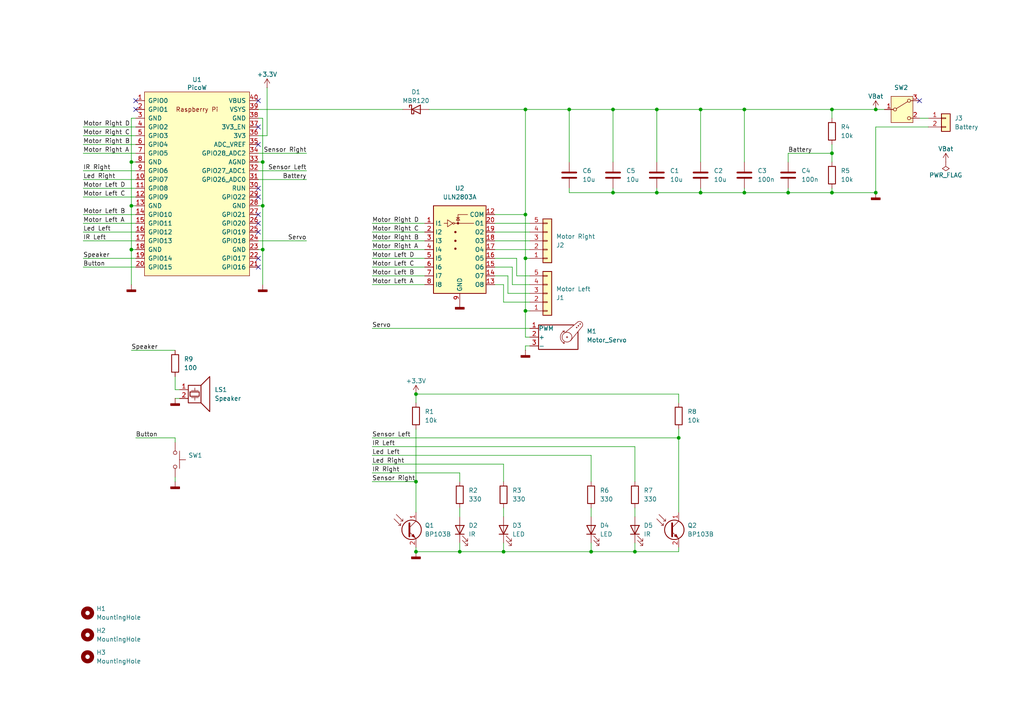
<source format=kicad_sch>
(kicad_sch (version 20231120) (generator "eeschema") (generator_version "8.0")
  (paper "A4")
  (title_block (title "Turtle") (date "2025-07-25") (rev "r0") (company "S7"))
  (lib_symbols
    (symbol "Connector_Generic:Conn_01x02" (pin_names (offset 1.016) hide)
      (property "Reference" "J" (at 0 2.54 0))
      (property "Value" "Conn_01x02" (at 0 -5.08 0))
      (symbol "Conn_01x02_1_1"
        (rectangle (start -1.27 -2.413) (end 0 -2.667) (stroke (width 0.1524)))
        (rectangle (start -1.27 0.127) (end 0 -0.127) (stroke (width 0.1524)))
        (rectangle (start -1.27 1.27) (end 1.27 -3.81) (stroke (width 0.254)) (fill (type background)))
        (pin passive line (at -5.08 0 0) (length 3.81) (name "Pin_1") (number "1"))
        (pin passive line (at -5.08 -2.54 0) (length 3.81) (name "Pin_2") (number "2"))
      )
    )
    (symbol "Connector_Generic:Conn_01x05" (pin_names (offset 1.016) hide)
      (property "Reference" "J" (at 0 7.62 0))
      (property "Value" "Conn_01x05" (at 0 -7.62 0))
      (symbol "Conn_01x05_1_1"
        (rectangle (start -1.27 -4.953) (end 0 -5.207) (stroke (width 0.1524)))
        (rectangle (start -1.27 -2.413) (end 0 -2.667) (stroke (width 0.1524)))
        (rectangle (start -1.27 0.127) (end 0 -0.127) (stroke (width 0.1524)))
        (rectangle (start -1.27 2.667) (end 0 2.413) (stroke (width 0.1524)))
        (rectangle (start -1.27 5.207) (end 0 4.953) (stroke (width 0.1524)))
        (rectangle (start -1.27 6.35) (end 1.27 -6.35) (stroke (width 0.254)) (fill (type background)))
        (pin passive line (at -5.08 5.08 0) (length 3.81) (name "Pin_1") (number "1"))
        (pin passive line (at -5.08 2.54 0) (length 3.81) (name "Pin_2") (number "2"))
        (pin passive line (at -5.08 0 0) (length 3.81) (name "Pin_3") (number "3"))
        (pin passive line (at -5.08 -2.54 0) (length 3.81) (name "Pin_4") (number "4"))
        (pin passive line (at -5.08 -5.08 0) (length 3.81) (name "Pin_5") (number "5"))
      )
    )
    (symbol "Device:C" (pin_numbers hide) (pin_names (offset 0.254))
      (property "Reference" "C" (at 0.635 2.54 0))
      (property "Value" "C" (at 0.635 -2.54 0))
      (symbol "C_0_1"
        (polyline (pts (xy -2.032 -0.762) (xy 2.032 -0.762)) (stroke (width 0.508)))
        (polyline (pts (xy -2.032 0.762) (xy 2.032 0.762)) (stroke (width 0.508)))
      )
      (symbol "C_1_1"
        (pin passive line (at 0 3.81 270) (length 2.794) (name "~") (number "1"))
        (pin passive line (at 0 -3.81 90) (length 2.794) (name "~") (number "2"))
      )
    )
    (symbol "Device:D_Schottky" (pin_numbers hide) (pin_names (offset 1.016) hide)
      (property "Reference" "D" (at 0 2.54 0))
      (property "Value" "D_Schottky" (at 0 -2.54 0))
      (symbol "D_Schottky_0_1"
        (polyline (pts (xy 1.27 0) (xy -1.27 0)))
        (polyline (pts (xy 1.27 1.27) (xy 1.27 -1.27) (xy -1.27 0) (xy 1.27 1.27)) (stroke (width 0.254)))
        (polyline (pts (xy -1.905 0.635) (xy -1.905 1.27) (xy -1.27 1.27) (xy -1.27 -1.27) (xy -0.635 -1.27) (xy -0.635 -0.635)) (stroke (width 0.254)))
      )
      (symbol "D_Schottky_1_1"
        (pin passive line (at -3.81 0 0) (length 2.54) (name "K") (number "1"))
        (pin passive line (at 3.81 0 180) (length 2.54) (name "A") (number "2"))
      )
    )
    (symbol "Device:LED" (pin_numbers hide) (pin_names (offset 1.016) hide)
      (property "Reference" "D" (at 0 2.54 0))
      (property "Value" "LED" (at 0 -2.54 0))
      (symbol "LED_0_1"
        (polyline (pts (xy -1.27 -1.27) (xy -1.27 1.27)) (stroke (width 0.254)))
        (polyline (pts (xy -1.27 0) (xy 1.27 0)))
        (polyline (pts (xy 1.27 -1.27) (xy 1.27 1.27) (xy -1.27 0) (xy 1.27 -1.27)) (stroke (width 0.254)))
        (polyline (pts (xy -3.048 -0.762) (xy -4.572 -2.286) (xy -3.81 -2.286) (xy -4.572 -2.286) (xy -4.572 -1.524)))
        (polyline (pts (xy -1.778 -0.762) (xy -3.302 -2.286) (xy -2.54 -2.286) (xy -3.302 -2.286) (xy -3.302 -1.524)))
      )
      (symbol "LED_1_1"
        (pin passive line (at -3.81 0 0) (length 2.54) (name "K") (number "1"))
        (pin passive line (at 3.81 0 180) (length 2.54) (name "A") (number "2"))
      )
    )
    (symbol "Device:R" (pin_numbers hide) (pin_names (offset 0))
      (property "Reference" "R" (at 2.032 0 90))
      (property "Value" "R" (at 0 0 90))
      (symbol "R_0_1"
        (rectangle (start -1.016 -2.54) (end 1.016 2.54) (stroke (width 0.254)))
      )
      (symbol "R_1_1"
        (pin passive line (at 0 3.81 270) (length 1.27) (name "~") (number "1"))
        (pin passive line (at 0 -3.81 90) (length 1.27) (name "~") (number "2"))
      )
    )
    (symbol "Device:Speaker_Crystal" (pin_names (offset 0) hide)
      (property "Reference" "LS" (at 0.635 5.715 0))
      (property "Value" "Speaker_Crystal" (at 0.635 3.81 0))
      (symbol "Speaker_Crystal_0_0"
        (rectangle (start -2.54 1.27) (end 1.143 -3.81) (stroke (width 0.254)))
        (rectangle (start -2.032 -0.635) (end 0.635 -1.905) (stroke (width 0.254)))
        (polyline (pts (xy -1.651 -2.286) (xy 0.381 -2.286)))
        (polyline (pts (xy -1.651 -0.254) (xy 0.381 -0.254)))
        (polyline (pts (xy -0.635 -2.286) (xy -0.635 -3.048)))
        (polyline (pts (xy -0.635 -0.254) (xy -0.635 0.508)))
        (polyline (pts (xy 1.143 1.27) (xy 3.683 3.81) (xy 3.683 -6.35) (xy 1.143 -3.81)) (stroke (width 0.254)))
      )
      (symbol "Speaker_Crystal_1_1"
        (pin input line (at -5.08 0 0) (length 2.54) (name "1") (number "1"))
        (pin input line (at -5.08 -2.54 0) (length 2.54) (name "2") (number "2"))
      )
    )
    (symbol "Mechanical:MountingHole" (pin_names (offset 1.016)) (exclude_from_sim yes) (in_bom no)
      (property "Reference" "H" (at 0 5.08 0))
      (property "Value" "MountingHole" (at 0 3.175 0))
      (symbol "MountingHole_0_1"
        (circle (center 0 0) (radius 1.27) (stroke (width 1.27)))
      )
    )
    (symbol "Motor:Motor_Servo" (pin_names (offset 0.0254))
      (property "Reference" "M" (at -5.08 4.445 0))
      (property "Value" "Motor_Servo" (at -5.08 -4.064 0))
      (symbol "Motor_Servo_0_1"
        (polyline (pts (xy 2.413 -1.778) (xy 2.032 -1.778)))
        (polyline (pts (xy 2.413 -1.778) (xy 2.286 -1.397)))
        (polyline (pts (xy 2.413 1.778) (xy 1.905 1.778)))
        (polyline (pts (xy 2.413 1.778) (xy 2.286 1.397)))
        (polyline (pts (xy 6.35 4.445) (xy 2.54 1.27)))
        (polyline (pts (xy 7.62 3.175) (xy 4.191 -1.016)))
        (polyline (pts (xy 5.08 3.556) (xy -5.08 3.556) (xy -5.08 -3.556) (xy 6.35 -3.556) (xy 6.35 1.524)) (stroke (width 0.254)))
        (arc (start 2.413 1.778) (mid 1.2406 0) (end 2.413 -1.778))
        (circle (center 3.175 0) (radius 0.1778))
        (circle (center 3.175 0) (radius 1.4224))
        (circle (center 5.969 2.794) (radius 0.127))
        (circle (center 6.477 3.302) (radius 0.127))
        (circle (center 6.985 3.81) (radius 0.127))
        (arc (start 7.62 3.175) (mid 7.4485 4.2735) (end 6.35 4.445))
      )
      (symbol "Motor_Servo_1_1"
        (pin passive line (at -7.62 2.54 0) (length 2.54) (name "PWM") (number "1"))
        (pin passive line (at -7.62 0 0) (length 2.54) (name "+") (number "2"))
        (pin passive line (at -7.62 -2.54 0) (length 2.54) (name "-") (number "3"))
      )
    )
    (symbol "Sensor_Optical:BP103B" (pin_names (offset 0) hide)
      (property "Reference" "Q" (at 5.08 1.27 0))
      (property "Value" "BP103B" (at 5.08 -1.27 0))
      (symbol "BP103B_0_1"
        (polyline (pts (xy -1.905 1.27) (xy -2.54 1.27)))
        (polyline (pts (xy -1.27 2.54) (xy -1.905 2.54)))
        (polyline (pts (xy 0.635 0.635) (xy 2.54 2.54)))
        (polyline (pts (xy -3.81 3.175) (xy -1.905 1.27) (xy -1.905 1.905)))
        (polyline (pts (xy -3.175 4.445) (xy -1.27 2.54) (xy -1.27 3.175)))
        (polyline (pts (xy 0.635 -0.635) (xy 2.54 -2.54) (xy 2.54 -2.54)))
        (polyline (pts (xy 0.635 1.905) (xy 0.635 -1.905) (xy 0.635 -1.905)) (stroke (width 0.508)))
        (polyline (pts (xy 1.27 -1.778) (xy 1.778 -1.27) (xy 2.286 -2.286) (xy 1.27 -1.778) (xy 1.27 -1.778)) (fill (type outline)))
        (circle (center 1.27 0) (radius 2.8194) (stroke (width 0.254)))
      )
      (symbol "BP103B_1_1"
        (pin passive line (at 2.54 5.08 270) (length 2.54) (name "C") (number "1"))
        (pin passive line (at 2.54 -5.08 90) (length 2.54) (name "E") (number "2"))
      )
    )
    (symbol "Switch:SW_Push" (pin_numbers hide) (pin_names (offset 1.016) hide)
      (property "Reference" "SW" (at 1.27 2.54 0))
      (property "Value" "SW_Push" (at 0 -1.524 0))
      (symbol "SW_Push_0_1"
        (circle (center -2.032 0) (radius 0.508))
        (polyline (pts (xy 0 1.27) (xy 0 3.048)))
        (polyline (pts (xy 2.54 1.27) (xy -2.54 1.27)))
        (circle (center 2.032 0) (radius 0.508))
        (pin passive line (at -5.08 0 0) (length 2.54) (name "1") (number "1"))
        (pin passive line (at 5.08 0 180) (length 2.54) (name "2") (number "2"))
      )
    )
    (symbol "Switch:SW_Wuerth_450301014042" (pin_names (offset 1) hide)
      (property "Reference" "SW" (at 0 5.08 0))
      (property "Value" "SW_Wuerth_450301014042" (at 0 -5.08 0))
      (symbol "SW_Wuerth_450301014042_0_1"
        (circle (center -2.032 0) (radius 0.4572))
        (polyline (pts (xy -1.651 0.254) (xy 1.651 2.286)))
        (circle (center 2.032 -2.54) (radius 0.4572))
        (circle (center 2.032 2.54) (radius 0.4572))
      )
      (symbol "SW_Wuerth_450301014042_1_1"
        (rectangle (start -3.175 3.81) (end 3.175 -3.81) (fill (type background)))
        (pin passive line (at -5.08 0 0) (length 2.54) (name "B") (number "1"))
        (pin passive line (at 5.08 -2.54 180) (length 2.54) (name "C") (number "2"))
        (pin passive line (at 5.08 2.54 180) (length 2.54) (name "A") (number "3"))
      )
    )
    (symbol "library:PicoW_plugin" (pin_names (offset 1.016))
      (property "Reference" "U" (at -13.97 27.94 0))
      (property "Value" "PicoW_plugin" (at 0 19.05 0))
      (symbol "PicoW_plugin_0_0"
        (text "Raspberry Pi" (at 0 21.59 0) (effects (font (size 1.27 1.27))))
      )
      (symbol "PicoW_plugin_0_1"
        (rectangle (start -15.24 26.67) (end 15.24 -26.67) (fill (type background)))
      )
      (symbol "PicoW_plugin_1_1"
        (pin bidirectional line (at -17.78 24.13 0) (length 2.54) (name "GPIO0") (number "1"))
        (pin bidirectional line (at -17.78 1.27 0) (length 2.54) (name "GPIO7") (number "10"))
        (pin bidirectional line (at -17.78 -1.27 0) (length 2.54) (name "GPIO8") (number "11"))
        (pin bidirectional line (at -17.78 -3.81 0) (length 2.54) (name "GPIO9") (number "12"))
        (pin power_in line (at -17.78 -6.35 0) (length 2.54) (name "GND") (number "13"))
        (pin bidirectional line (at -17.78 -8.89 0) (length 2.54) (name "GPIO10") (number "14"))
        (pin bidirectional line (at -17.78 -11.43 0) (length 2.54) (name "GPIO11") (number "15"))
        (pin bidirectional line (at -17.78 -13.97 0) (length 2.54) (name "GPIO12") (number "16"))
        (pin bidirectional line (at -17.78 -16.51 0) (length 2.54) (name "GPIO13") (number "17"))
        (pin power_in line (at -17.78 -19.05 0) (length 2.54) (name "GND") (number "18"))
        (pin bidirectional line (at -17.78 -21.59 0) (length 2.54) (name "GPIO14") (number "19"))
        (pin bidirectional line (at -17.78 21.59 0) (length 2.54) (name "GPIO1") (number "2"))
        (pin bidirectional line (at -17.78 -24.13 0) (length 2.54) (name "GPIO15") (number "20"))
        (pin bidirectional line (at 17.78 -24.13 180) (length 2.54) (name "GPIO16") (number "21"))
        (pin bidirectional line (at 17.78 -21.59 180) (length 2.54) (name "GPIO17") (number "22"))
        (pin power_in line (at 17.78 -19.05 180) (length 2.54) (name "GND") (number "23"))
        (pin bidirectional line (at 17.78 -16.51 180) (length 2.54) (name "GPIO18") (number "24"))
        (pin bidirectional line (at 17.78 -13.97 180) (length 2.54) (name "GPIO19") (number "25"))
        (pin bidirectional line (at 17.78 -11.43 180) (length 2.54) (name "GPIO20") (number "26"))
        (pin bidirectional line (at 17.78 -8.89 180) (length 2.54) (name "GPIO21") (number "27"))
        (pin power_in line (at 17.78 -6.35 180) (length 2.54) (name "GND") (number "28"))
        (pin bidirectional line (at 17.78 -3.81 180) (length 2.54) (name "GPIO22") (number "29"))
        (pin power_in line (at -17.78 19.05 0) (length 2.54) (name "GND") (number "3"))
        (pin input line (at 17.78 -1.27 180) (length 2.54) (name "RUN") (number "30"))
        (pin bidirectional line (at 17.78 1.27 180) (length 2.54) (name "GPIO26_ADC0") (number "31"))
        (pin bidirectional line (at 17.78 3.81 180) (length 2.54) (name "GPIO27_ADC1") (number "32"))
        (pin power_in line (at 17.78 6.35 180) (length 2.54) (name "AGND") (number "33"))
        (pin bidirectional line (at 17.78 8.89 180) (length 2.54) (name "GPIO28_ADC2") (number "34"))
        (pin unspecified line (at 17.78 11.43 180) (length 2.54) (name "ADC_VREF") (number "35"))
        (pin power_out line (at 17.78 13.97 180) (length 2.54) (name "3V3") (number "36"))
        (pin input line (at 17.78 16.51 180) (length 2.54) (name "3V3_EN") (number "37"))
        (pin power_out line (at 17.78 19.05 180) (length 2.54) (name "GND") (number "38"))
        (pin passive line (at 17.78 21.59 180) (length 2.54) (name "VSYS") (number "39"))
        (pin bidirectional line (at -17.78 16.51 0) (length 2.54) (name "GPIO2") (number "4"))
        (pin unspecified line (at 17.78 24.13 180) (length 2.54) (name "VBUS") (number "40"))
        (pin bidirectional line (at -17.78 13.97 0) (length 2.54) (name "GPIO3") (number "5"))
        (pin bidirectional line (at -17.78 11.43 0) (length 2.54) (name "GPIO4") (number "6"))
        (pin bidirectional line (at -17.78 8.89 0) (length 2.54) (name "GPIO5") (number "7"))
        (pin power_in line (at -17.78 6.35 0) (length 2.54) (name "GND") (number "8"))
        (pin bidirectional line (at -17.78 3.81 0) (length 2.54) (name "GPIO6") (number "9"))
      )
    )
    (symbol "power:+3.3V" (power) (pin_numbers hide) (pin_names (offset 0) hide)
      (property "Value" "+3.3V" (at 0 3.556 0))
      (symbol "+3.3V_0_1"
        (polyline (pts (xy -0.762 1.27) (xy 0 2.54)))
        (polyline (pts (xy 0 0) (xy 0 2.54)))
        (polyline (pts (xy 0 2.54) (xy 0.762 1.27)))
      )
      (symbol "+3.3V_1_1"
        (pin power_in line (at 0 0 90) (length 0) (name "~") (number "1"))
      )
    )
    (symbol "power:GNDD" (power) (pin_numbers hide) (pin_names (offset 0) hide)
      (property "Value" "GNDD" (at 0 -3.175 0))
      (symbol "GNDD_0_1"
        (rectangle (start -1.27 -1.524) (end 1.27 -2.032) (stroke (width 0.254)) (fill (type outline)))
        (polyline (pts (xy 0 0) (xy 0 -1.524)))
      )
      (symbol "GNDD_1_1"
        (pin power_in line (at 0 0 270) (length 0) (name "~") (number "1"))
      )
    )
    (symbol "power:PWR_FLAG" (power) (pin_numbers hide) (pin_names (offset 0) hide)
      (property "Value" "PWR_FLAG" (at 0 3.81 0))
      (symbol "PWR_FLAG_0_0"
        (pin power_out line (at 0 0 90) (length 0) (name "~") (number "1"))
      )
      (symbol "PWR_FLAG_0_1"
        (polyline (pts (xy 0 0) (xy 0 1.27) (xy -1.016 1.905) (xy 0 2.54) (xy 1.016 1.905) (xy 0 1.27)))
      )
    )
    (symbol "uln2803c:ULN2803C"
      (property "Reference" "U" (at 0 13.335 0))
      (property "Value" "ULN2803C" (at 0 11.43 0))
      (symbol "ULN2803C_0_1"
        (rectangle (start -7.62 10.16) (end 7.62 -15.24) (stroke (width 0.254)) (fill (type background)))
        (circle (center -1.778 5.08) (radius 0.254))
        (circle (center -1.27 -2.286) (radius 0.254) (fill (type outline)))
        (circle (center -1.27 0) (radius 0.254) (fill (type outline)))
        (circle (center -1.27 2.54) (radius 0.254) (fill (type outline)))
        (circle (center -0.508 5.08) (radius 0.254) (fill (type outline)))
        (polyline (pts (xy -4.572 5.08) (xy -3.556 5.08)))
        (polyline (pts (xy -1.524 5.08) (xy 4.064 5.08)))
        (polyline (pts (xy 0 6.731) (xy -1.016 6.731)))
        (polyline (pts (xy -0.508 5.08) (xy -0.508 7.62) (xy 2.286 7.62)))
        (polyline (pts (xy -3.556 6.096) (xy -3.556 4.064) (xy -2.032 5.08) (xy -3.556 6.096)))
        (polyline (pts (xy 0 5.969) (xy -1.016 5.969) (xy -0.508 6.731) (xy 0 5.969)))
      )
      (symbol "ULN2803C_1_1"
        (pin input line (at -10.16 5.08 0) (length 2.54) (name "I1") (number "1"))
        (pin no_connect line (at -10.16 -17.78 0) (length 2.54) hide (name "NC") (number "10"))
        (pin no_connect line (at 10.16 -17.78 180) (length 2.54) hide (name "NC") (number "11"))
        (pin passive line (at 10.16 7.62 180) (length 2.54) (name "COM") (number "12"))
        (pin open_collector line (at 10.16 -12.7 180) (length 2.54) (name "O8") (number "13"))
        (pin open_collector line (at 10.16 -10.16 180) (length 2.54) (name "O7") (number "14"))
        (pin open_collector line (at 10.16 -7.62 180) (length 2.54) (name "O6") (number "15"))
        (pin open_collector line (at 10.16 -5.08 180) (length 2.54) (name "O5") (number "16"))
        (pin open_collector line (at 10.16 -2.54 180) (length 2.54) (name "O4") (number "17"))
        (pin open_collector line (at 10.16 0 180) (length 2.54) (name "O3") (number "18"))
        (pin open_collector line (at 10.16 2.54 180) (length 2.54) (name "O2") (number "19"))
        (pin input line (at -10.16 2.54 0) (length 2.54) (name "I2") (number "2"))
        (pin open_collector line (at 10.16 5.08 180) (length 2.54) (name "O1") (number "20"))
        (pin input line (at -10.16 0 0) (length 2.54) (name "I3") (number "3"))
        (pin input line (at -10.16 -2.54 0) (length 2.54) (name "I4") (number "4"))
        (pin input line (at -10.16 -5.08 0) (length 2.54) (name "I5") (number "5"))
        (pin input line (at -10.16 -7.62 0) (length 2.54) (name "I6") (number "6"))
        (pin input line (at -10.16 -10.16 0) (length 2.54) (name "I7") (number "7"))
        (pin input line (at -10.16 -12.7 0) (length 2.54) (name "I8") (number "8"))
        (pin power_in line (at 0 -17.78 90) (length 2.54) (name "GND") (number "9"))
      )
    )
  )
  (junction (at 120.65 139.7))
  (junction (at 203.2 55.88))
  (junction (at 190.5 55.88))
  (junction (at 254 31.75))
  (junction (at 196.85 127))
  (junction (at 171.45 160.02))
  (junction (at 152.4 62.23))
  (junction (at 177.8 55.88))
  (junction (at 184.15 160.02))
  (junction (at 146.05 160.02))
  (junction (at 38.1 72.39))
  (junction (at 254 55.88))
  (junction (at 120.65 160.02))
  (junction (at 38.1 46.99))
  (junction (at 152.4 31.75))
  (junction (at 215.9 31.75))
  (junction (at 215.9 55.88))
  (junction (at 203.2 31.75))
  (junction (at 241.3 55.88))
  (junction (at 190.5 31.75))
  (junction (at 177.8 31.75))
  (junction (at 228.6 55.88))
  (junction (at 76.2 59.69))
  (junction (at 120.65 114.3))
  (junction (at 133.35 160.02))
  (junction (at 76.2 72.39))
  (junction (at 241.3 31.75))
  (junction (at 152.4 90.17))
  (junction (at 38.1 59.69))
  (junction (at 241.3 44.45))
  (junction (at 76.2 46.99))
  (junction (at 152.4 74.93))
  (junction (at 165.1 31.75))
  (no_connect (at 74.93 54.61))
  (no_connect (at 74.93 62.23))
  (no_connect (at 74.93 36.83))
  (no_connect (at 74.93 77.47))
  (no_connect (at 74.93 67.31))
  (no_connect (at 39.37 31.75))
  (no_connect (at 74.93 57.15))
  (no_connect (at 74.93 29.21))
  (no_connect (at 39.37 29.21))
  (no_connect (at 74.93 74.93))
  (no_connect (at 266.7 29.21))
  (no_connect (at 74.93 41.91))
  (no_connect (at 74.93 64.77))
  (wire (pts (xy 215.9 55.88) (xy 215.9 54.61)))
  (wire (pts (xy 152.4 90.17) (xy 152.4 97.79)))
  (wire (pts (xy 143.51 74.93) (xy 149.86 74.93)))
  (wire (pts (xy 120.65 116.84) (xy 120.65 114.3)))
  (wire (pts (xy 107.95 137.16) (xy 133.35 137.16)))
  (wire (pts (xy 74.93 44.45) (xy 88.9 44.45)))
  (wire (pts (xy 143.51 72.39) (xy 153.67 72.39)))
  (wire (pts (xy 24.13 44.45) (xy 39.37 44.45)))
  (wire (pts (xy 196.85 160.02) (xy 196.85 158.75)))
  (wire (pts (xy 76.2 59.69) (xy 76.2 72.39)))
  (wire (pts (xy 107.95 95.25) (xy 153.67 95.25)))
  (wire (pts (xy 149.86 80.01) (xy 153.67 80.01)))
  (wire (pts (xy 148.59 82.55) (xy 153.67 82.55)))
  (wire (pts (xy 241.3 55.88) (xy 241.3 54.61)))
  (wire (pts (xy 148.59 77.47) (xy 148.59 82.55)))
  (wire (pts (xy 146.05 147.32) (xy 146.05 149.86)))
  (wire (pts (xy 241.3 44.45) (xy 241.3 46.99)))
  (wire (pts (xy 177.8 54.61) (xy 177.8 55.88)))
  (wire (pts (xy 133.35 137.16) (xy 133.35 139.7)))
  (wire (pts (xy 24.13 54.61) (xy 39.37 54.61)))
  (wire (pts (xy 152.4 100.33) (xy 153.67 100.33)))
  (wire (pts (xy 171.45 160.02) (xy 184.15 160.02)))
  (wire (pts (xy 165.1 31.75) (xy 165.1 46.99)))
  (wire (pts (xy 228.6 55.88) (xy 215.9 55.88)))
  (wire (pts (xy 171.45 157.48) (xy 171.45 160.02)))
  (wire (pts (xy 120.65 124.46) (xy 120.65 139.7)))
  (wire (pts (xy 196.85 114.3) (xy 196.85 116.84)))
  (wire (pts (xy 50.8 138.43) (xy 50.8 139.7)))
  (wire (pts (xy 203.2 54.61) (xy 203.2 55.88)))
  (wire (pts (xy 203.2 55.88) (xy 215.9 55.88)))
  (wire (pts (xy 107.95 139.7) (xy 120.65 139.7)))
  (wire (pts (xy 38.1 59.69) (xy 39.37 59.69)))
  (wire (pts (xy 190.5 31.75) (xy 190.5 46.99)))
  (wire (pts (xy 149.86 74.93) (xy 149.86 80.01)))
  (wire (pts (xy 24.13 64.77) (xy 39.37 64.77)))
  (wire (pts (xy 74.93 52.07) (xy 88.9 52.07)))
  (wire (pts (xy 146.05 87.63) (xy 153.67 87.63)))
  (wire (pts (xy 254 55.88) (xy 241.3 55.88)))
  (wire (pts (xy 196.85 127) (xy 196.85 148.59)))
  (wire (pts (xy 76.2 46.99) (xy 76.2 59.69)))
  (wire (pts (xy 107.95 67.31) (xy 123.19 67.31)))
  (wire (pts (xy 215.9 31.75) (xy 241.3 31.75)))
  (wire (pts (xy 38.1 59.69) (xy 38.1 72.39)))
  (wire (pts (xy 177.8 55.88) (xy 190.5 55.88)))
  (wire (pts (xy 24.13 74.93) (xy 39.37 74.93)))
  (wire (pts (xy 38.1 101.6) (xy 50.8 101.6)))
  (wire (pts (xy 24.13 36.83) (xy 39.37 36.83)))
  (wire (pts (xy 74.93 34.29) (xy 76.2 34.29)))
  (wire (pts (xy 215.9 31.75) (xy 215.9 46.99)))
  (wire (pts (xy 74.93 46.99) (xy 76.2 46.99)))
  (wire (pts (xy 254 36.83) (xy 254 55.88)))
  (wire (pts (xy 152.4 90.17) (xy 153.67 90.17)))
  (wire (pts (xy 24.13 49.53) (xy 39.37 49.53)))
  (wire (pts (xy 203.2 31.75) (xy 203.2 46.99)))
  (wire (pts (xy 50.8 109.22) (xy 50.8 113.03)))
  (wire (pts (xy 165.1 55.88) (xy 177.8 55.88)))
  (wire (pts (xy 38.1 46.99) (xy 38.1 59.69)))
  (wire (pts (xy 76.2 72.39) (xy 76.2 82.55)))
  (wire (pts (xy 107.95 129.54) (xy 184.15 129.54)))
  (wire (pts (xy 77.47 39.37) (xy 74.93 39.37)))
  (wire (pts (xy 38.1 34.29) (xy 38.1 46.99)))
  (wire (pts (xy 152.4 101.6) (xy 152.4 100.33)))
  (wire (pts (xy 74.93 49.53) (xy 88.9 49.53)))
  (wire (pts (xy 196.85 124.46) (xy 196.85 127)))
  (wire (pts (xy 107.95 127) (xy 196.85 127)))
  (wire (pts (xy 146.05 139.7) (xy 146.05 134.62)))
  (wire (pts (xy 24.13 67.31) (xy 39.37 67.31)))
  (wire (pts (xy 50.8 113.03) (xy 52.07 113.03)))
  (wire (pts (xy 74.93 72.39) (xy 76.2 72.39)))
  (wire (pts (xy 76.2 34.29) (xy 76.2 46.99)))
  (wire (pts (xy 107.95 74.93) (xy 123.19 74.93)))
  (wire (pts (xy 143.51 64.77) (xy 153.67 64.77)))
  (wire (pts (xy 143.51 80.01) (xy 147.32 80.01)))
  (wire (pts (xy 171.45 147.32) (xy 171.45 149.86)))
  (wire (pts (xy 107.95 132.08) (xy 171.45 132.08)))
  (wire (pts (xy 152.4 74.93) (xy 153.67 74.93)))
  (wire (pts (xy 152.4 74.93) (xy 152.4 90.17)))
  (wire (pts (xy 241.3 31.75) (xy 254 31.75)))
  (wire (pts (xy 107.95 64.77) (xy 123.19 64.77)))
  (wire (pts (xy 266.7 34.29) (xy 269.24 34.29)))
  (wire (pts (xy 24.13 77.47) (xy 39.37 77.47)))
  (wire (pts (xy 24.13 62.23) (xy 39.37 62.23)))
  (wire (pts (xy 165.1 31.75) (xy 177.8 31.75)))
  (wire (pts (xy 147.32 85.09) (xy 153.67 85.09)))
  (wire (pts (xy 241.3 41.91) (xy 241.3 44.45)))
  (wire (pts (xy 152.4 62.23) (xy 152.4 74.93)))
  (wire (pts (xy 107.95 77.47) (xy 123.19 77.47)))
  (wire (pts (xy 143.51 69.85) (xy 153.67 69.85)))
  (wire (pts (xy 241.3 31.75) (xy 241.3 34.29)))
  (wire (pts (xy 120.65 158.75) (xy 120.65 160.02)))
  (wire (pts (xy 39.37 127) (xy 50.8 127)))
  (wire (pts (xy 39.37 34.29) (xy 38.1 34.29)))
  (wire (pts (xy 74.93 31.75) (xy 116.84 31.75)))
  (wire (pts (xy 38.1 46.99) (xy 39.37 46.99)))
  (wire (pts (xy 190.5 31.75) (xy 203.2 31.75)))
  (wire (pts (xy 107.95 72.39) (xy 123.19 72.39)))
  (wire (pts (xy 120.65 160.02) (xy 133.35 160.02)))
  (wire (pts (xy 107.95 134.62) (xy 146.05 134.62)))
  (wire (pts (xy 184.15 157.48) (xy 184.15 160.02)))
  (wire (pts (xy 38.1 72.39) (xy 38.1 82.55)))
  (wire (pts (xy 120.65 148.59) (xy 120.65 139.7)))
  (wire (pts (xy 228.6 44.45) (xy 241.3 44.45)))
  (wire (pts (xy 203.2 31.75) (xy 215.9 31.75)))
  (wire (pts (xy 152.4 31.75) (xy 165.1 31.75)))
  (wire (pts (xy 153.67 97.79) (xy 152.4 97.79)))
  (wire (pts (xy 24.13 69.85) (xy 39.37 69.85)))
  (wire (pts (xy 24.13 41.91) (xy 39.37 41.91)))
  (wire (pts (xy 228.6 44.45) (xy 228.6 46.99)))
  (wire (pts (xy 184.15 129.54) (xy 184.15 139.7)))
  (wire (pts (xy 177.8 31.75) (xy 177.8 46.99)))
  (wire (pts (xy 50.8 127) (xy 50.8 128.27)))
  (wire (pts (xy 77.47 25.4) (xy 77.47 39.37)))
  (wire (pts (xy 24.13 39.37) (xy 39.37 39.37)))
  (wire (pts (xy 147.32 80.01) (xy 147.32 85.09)))
  (wire (pts (xy 254 31.75) (xy 256.54 31.75)))
  (wire (pts (xy 184.15 160.02) (xy 196.85 160.02)))
  (wire (pts (xy 50.8 115.57) (xy 52.07 115.57)))
  (wire (pts (xy 165.1 54.61) (xy 165.1 55.88)))
  (wire (pts (xy 107.95 80.01) (xy 123.19 80.01)))
  (wire (pts (xy 146.05 160.02) (xy 171.45 160.02)))
  (wire (pts (xy 269.24 36.83) (xy 254 36.83)))
  (wire (pts (xy 228.6 54.61) (xy 228.6 55.88)))
  (wire (pts (xy 24.13 57.15) (xy 39.37 57.15)))
  (wire (pts (xy 133.35 147.32) (xy 133.35 149.86)))
  (wire (pts (xy 146.05 157.48) (xy 146.05 160.02)))
  (wire (pts (xy 74.93 59.69) (xy 76.2 59.69)))
  (wire (pts (xy 124.46 31.75) (xy 152.4 31.75)))
  (wire (pts (xy 143.51 77.47) (xy 148.59 77.47)))
  (wire (pts (xy 146.05 82.55) (xy 143.51 82.55)))
  (wire (pts (xy 177.8 31.75) (xy 190.5 31.75)))
  (wire (pts (xy 184.15 147.32) (xy 184.15 149.86)))
  (wire (pts (xy 143.51 67.31) (xy 153.67 67.31)))
  (wire (pts (xy 107.95 69.85) (xy 123.19 69.85)))
  (wire (pts (xy 171.45 139.7) (xy 171.45 132.08)))
  (wire (pts (xy 107.95 82.55) (xy 123.19 82.55)))
  (wire (pts (xy 74.93 69.85) (xy 88.9 69.85)))
  (wire (pts (xy 146.05 82.55) (xy 146.05 87.63)))
  (wire (pts (xy 143.51 62.23) (xy 152.4 62.23)))
  (wire (pts (xy 152.4 31.75) (xy 152.4 62.23)))
  (wire (pts (xy 190.5 54.61) (xy 190.5 55.88)))
  (wire (pts (xy 38.1 72.39) (xy 39.37 72.39)))
  (wire (pts (xy 133.35 157.48) (xy 133.35 160.02)))
  (wire (pts (xy 24.13 52.07) (xy 39.37 52.07)))
  (wire (pts (xy 133.35 160.02) (xy 146.05 160.02)))
  (wire (pts (xy 228.6 55.88) (xy 241.3 55.88)))
  (wire (pts (xy 190.5 55.88) (xy 203.2 55.88)))
  (wire (pts (xy 120.65 114.3) (xy 196.85 114.3)))
  (label "Speaker" (at 38.1 101.6 0))
  (label "Led Right" (at 24.13 52.07 0))
  (label "Button" (at 39.37 127 0))
  (label "Motor Right D" (at 107.95 64.77 0))
  (label "Sensor Left" (at 107.95 127 0))
  (label "Motor Left D" (at 24.13 54.61 0))
  (label "Motor Right B" (at 24.13 41.91 0))
  (label "IR Right" (at 24.13 49.53 0))
  (label "Motor Right A" (at 24.13 44.45 0))
  (label "Servo" (at 107.95 95.25 0))
  (label "Motor Right C" (at 24.13 39.37 0))
  (label "Led Right" (at 107.95 134.62 0))
  (label "IR Left" (at 24.13 69.85 0))
  (label "Motor Right C" (at 107.95 67.31 0))
  (label "Motor Left A" (at 24.13 64.77 0))
  (label "Motor Left B" (at 107.95 80.01 0))
  (label "Motor Right D" (at 24.13 36.83 0))
  (label "Led Left" (at 24.13 67.31 0))
  (label "Sensor Left" (at 88.9 49.53 180))
  (label "Button" (at 24.13 77.47 0))
  (label "IR Left" (at 107.95 129.54 0))
  (label "Led Left" (at 107.95 132.08 0))
  (label "Sensor Right" (at 107.95 139.7 0))
  (label "Battery" (at 88.9 52.07 180))
  (label "Speaker" (at 24.13 74.93 0))
  (label "Motor Right A" (at 107.95 72.39 0))
  (label "Motor Left B" (at 24.13 62.23 0))
  (label "Motor Left C" (at 107.95 77.47 0))
  (label "Motor Right B" (at 107.95 69.85 0))
  (label "IR Right" (at 107.95 137.16 0))
  (label "Sensor Right" (at 88.9 44.45 180))
  (label "Battery" (at 228.6 44.45 0))
  (label "Servo" (at 88.9 69.85 180))
  (label "Motor Left A" (at 107.95 82.55 0))
  (label "Motor Left C" (at 24.13 57.15 0))
  (label "Motor Left D" (at 107.95 74.93 0))
  (symbol (lib_id "power:+3.3V") (at 254 31.75 0) (unit 1)
    (property "Reference" "#PWR11" (effects (hide yes)))
    (property "Value" "VBat" (at 254 27.94 0))
    (property "Description" "Power symbol creates a global label with name \"+3.3V\"" (effects (hide yes)))
  )
  (symbol (lib_id "Device:R") (at 241.3 38.1 0) (unit 1)
    (property "Reference" "R4" (at 243.84 36.83 0) (effects (justify left)))
    (property "Value" "10k" (at 243.84 39.37 0) (effects (justify left)))
    (property "Footprint" "Resistor_SMD:R_0603_1608Metric_Pad0.98x0.95mm_HandSolder" (effects (hide yes)))
    (property "Description" "Resistor" (effects (hide yes)))
  )
  (symbol (lib_id "power:GNDD") (at 50.8 139.7 0) (unit 1)
    (property "Reference" "#PWR3" (effects (hide yes)))
    (property "Value" "GNDD" (effects (hide yes)))
    (property "Description" "Power symbol creates a global label with name \"GNDD\" , digital ground" (effects (hide yes)))
  )
  (symbol (lib_id "Device:C") (at 228.6 50.8 0) (unit 1)
    (property "Reference" "C4" (at 232.41 49.5299 0) (effects (justify left)))
    (property "Value" "100n" (at 232.41 52.0699 0) (effects (justify left)))
    (property "Footprint" "Capacitor_SMD:C_0603_1608Metric_Pad1.08x0.95mm_HandSolder" (effects (hide yes)))
    (property "Description" "Unpolarized capacitor" (effects (hide yes)))
  )
  (symbol (lib_id "Device:R") (at 171.45 143.51 0) (unit 1)
    (property "Reference" "R6" (at 173.99 142.24 0) (effects (justify left)))
    (property "Value" "330" (at 173.99 144.78 0) (effects (justify left)))
    (property "Footprint" "Resistor_SMD:R_0603_1608Metric_Pad0.98x0.95mm_HandSolder" (effects (hide yes)))
    (property "Description" "Resistor" (effects (hide yes)))
  )
  (symbol (lib_id "Device:R") (at 120.65 120.65 0) (unit 1)
    (property "Reference" "R1" (at 123.19 119.38 0) (effects (justify left)))
    (property "Value" "10k" (at 123.19 121.92 0) (effects (justify left)))
    (property "Footprint" "Resistor_SMD:R_0603_1608Metric_Pad0.98x0.95mm_HandSolder" (effects (hide yes)))
    (property "Description" "Resistor" (effects (hide yes)))
  )
  (symbol (lib_id "Mechanical:MountingHole") (at 25.4 184.15 0) (unit 1) (exclude_from_sim yes) (in_bom no)
    (property "Reference" "H2" (at 27.94 182.8799 0) (effects (justify left)))
    (property "Value" "MountingHole" (at 27.94 185.4199 0) (effects (justify left)))
    (property "Footprint" "MountingHole:MountingHole_2.2mm_M2" (effects (hide yes)))
    (property "Description" "Mounting Hole without connection" (effects (hide yes)))
  )
  (symbol (lib_id "power:GNDD") (at 152.4 101.6 0) (unit 1)
    (property "Reference" "#PWR10" (effects (hide yes)))
    (property "Value" "GNDD" (effects (hide yes)))
    (property "Description" "Power symbol creates a global label with name \"GNDD\" , digital ground" (effects (hide yes)))
  )
  (symbol (lib_id "Device:D_Schottky") (at 120.65 31.75 0) (unit 1)
    (property "Reference" "D1" (at 120.65 26.67 0))
    (property "Value" "MBR120" (at 120.65 29.21 0))
    (property "Footprint" "Diode_SMD:D_SOD-123F" (effects (hide yes)))
    (property "Description" "Schottky diode" (effects (hide yes)))
  )
  (symbol (lib_id "power:PWR_FLAG") (at 274.32 46.99 180) (unit 1)
    (property "Reference" "#FLG1" (effects (hide yes)))
    (property "Value" "PWR_FLAG" (at 274.32 50.8 0))
    (property "Description" "Special symbol for telling ERC where power comes from" (effects (hide yes)))
  )
  (symbol (lib_id "Connector_Generic:Conn_01x05") (at 158.75 69.85 0) (mirror x) (unit 1)
    (property "Reference" "J2" (at 161.29 71.1201 0) (effects (justify left)))
    (property "Value" "Motor Right" (at 161.29 68.5801 0) (effects (justify left)))
    (property "Footprint" "Connector_JST:JST_EH_B5B-EH-A_1x05_P2.50mm_Vertical" (effects (hide yes)))
    (property "Description" "Generic connector, single row, 01x05, script generated (kicad-library-utils/schlib/autogen/connector/)" (effects (hide yes)))
  )
  (symbol (lib_id "Motor:Motor_Servo") (at 161.29 97.79 0) (unit 1)
    (property "Reference" "M1" (at 170.18 96.0865 0) (effects (justify left)))
    (property "Value" "Motor_Servo" (at 170.18 98.6265 0) (effects (justify left)))
    (property "Footprint" "Connector_PinHeader_2.54mm:PinHeader_1x03_P2.54mm_Vertical" (effects (hide yes)))
    (property "Datasheet" "http://forums.parallax.com/uploads/attachments/46831/74481.png" (effects (hide yes)))
    (property "Description" "Servo Motor (Futaba, HiTec, JR connector)" (effects (hide yes)))
  )
  (symbol (lib_id "Sensor_Optical:BP103B") (at 194.31 153.67 0) (unit 1)
    (property "Reference" "Q2" (at 199.39 152.4 0) (effects (justify left)))
    (property "Value" "BP103B" (at 199.39 154.94 0) (effects (justify left)))
    (property "Footprint" "LED_THT:LED_D5.0mm_Clear" (effects (hide yes)))
    (property "Datasheet" "http://www.b-kainka.de/Daten/Sensor/bp103bf.pdf" (effects (hide yes)))
    (property "Description" "NPN phototransistor" (effects (hide yes)))
  )
  (symbol (lib_id "Switch:SW_Push") (at 50.8 133.35 270) (unit 1)
    (property "Reference" "SW1" (at 54.61 132.0799 90) (effects (justify left)))
    (property "Value" "SW_Push" (effects (hide yes)))
    (property "Footprint" "Button_Switch_SMD:SW_Push_1P1T_NO_CK_KSC6xxJ" (effects (hide yes)))
    (property "Description" "Push button switch, generic, two pins" (effects (hide yes)))
  )
  (symbol (lib_id "power:+3.3V") (at 274.32 46.99 0) (unit 1)
    (property "Reference" "#PWR13" (effects (hide yes)))
    (property "Value" "VBat" (at 274.32 43.18 0))
    (property "Description" "Power symbol creates a global label with name \"+3.3V\"" (effects (hide yes)))
  )
  (symbol (lib_id "Switch:SW_Wuerth_450301014042") (at 261.62 31.75 0) (unit 1)
    (property "Reference" "SW2" (at 261.366 25.4 0))
    (property "Value" "SW_Wuerth_450301014042" (effects (hide yes)))
    (property "Footprint" "Button_Switch_THT:SW_Slide-03_Wuerth-WS-SLTV_10x2.5x6.4_P2.54mm" (effects (hide yes)))
    (property "Datasheet" "https://www.we-online.com/components/products/datasheet/450301014042.pdf" (effects (hide yes)))
    (property "Description" "Switch slide, single pole double throw" (effects (hide yes)))
  )
  (symbol (lib_id "power:+3.3V") (at 77.47 25.4 0) (unit 1)
    (property "Reference" "#PWR5" (effects (hide yes)))
    (property "Value" "+3.3V" (at 77.47 21.59 0))
    (property "Description" "Power symbol creates a global label with name \"+3.3V\"" (effects (hide yes)))
  )
  (symbol (lib_id "Mechanical:MountingHole") (at 25.4 190.5 0) (unit 1) (exclude_from_sim yes) (in_bom no)
    (property "Reference" "H3" (at 27.94 189.2299 0) (effects (justify left)))
    (property "Value" "MountingHole" (at 27.94 191.7699 0) (effects (justify left)))
    (property "Footprint" "MountingHole:MountingHole_2.2mm_M2" (effects (hide yes)))
    (property "Description" "Mounting Hole without connection" (effects (hide yes)))
  )
  (symbol (lib_id "Device:R") (at 241.3 50.8 0) (unit 1)
    (property "Reference" "R5" (at 243.84 49.53 0) (effects (justify left)))
    (property "Value" "10k" (at 243.84 52.07 0) (effects (justify left)))
    (property "Footprint" "Resistor_SMD:R_0603_1608Metric_Pad0.98x0.95mm_HandSolder" (effects (hide yes)))
    (property "Description" "Resistor" (effects (hide yes)))
  )
  (symbol (lib_id "Device:LED") (at 184.15 153.67 90) (unit 1)
    (property "Reference" "D5" (at 186.69 152.4 90) (effects (justify right)))
    (property "Value" "IR" (at 186.69 154.94 90) (effects (justify right)))
    (property "Footprint" "library:LED_D5.0mm_Horizontal_O1.27mm_Z3.0mm_truncated_silkscreen" (effects (hide yes)))
    (property "Description" "Light emitting diode" (effects (hide yes)))
  )
  (symbol (lib_id "Device:R") (at 133.35 143.51 0) (unit 1)
    (property "Reference" "R2" (at 135.89 142.24 0) (effects (justify left)))
    (property "Value" "330" (at 135.89 144.78 0) (effects (justify left)))
    (property "Footprint" "Resistor_SMD:R_0603_1608Metric_Pad0.98x0.95mm_HandSolder" (effects (hide yes)))
    (property "Description" "Resistor" (effects (hide yes)))
  )
  (symbol (lib_id "power:GNDD") (at 50.8 115.57 0) (unit 1)
    (property "Reference" "#PWR2" (effects (hide yes)))
    (property "Value" "GNDD" (effects (hide yes)))
    (property "Description" "Power symbol creates a global label with name \"GNDD\" , digital ground" (effects (hide yes)))
  )
  (symbol (lib_id "Device:C") (at 177.8 50.8 0) (unit 1)
    (property "Reference" "C5" (at 181.61 49.5299 0) (effects (justify left)))
    (property "Value" "10u" (at 181.61 52.0699 0) (effects (justify left)))
    (property "Footprint" "Capacitor_SMD:C_0603_1608Metric_Pad1.08x0.95mm_HandSolder" (effects (hide yes)))
    (property "Description" "Unpolarized capacitor" (effects (hide yes)))
  )
  (symbol (lib_id "power:GNDD") (at 38.1 82.55 0) (unit 1)
    (property "Reference" "#PWR1" (effects (hide yes)))
    (property "Value" "GNDD" (effects (hide yes)))
    (property "Description" "Power symbol creates a global label with name \"GNDD\" , digital ground" (effects (hide yes)))
  )
  (symbol (lib_id "power:GNDD") (at 120.65 160.02 0) (unit 1)
    (property "Reference" "#PWR7" (effects (hide yes)))
    (property "Value" "GNDD" (effects (hide yes)))
    (property "Description" "Power symbol creates a global label with name \"GNDD\" , digital ground" (effects (hide yes)))
  )
  (symbol (lib_id "Device:LED") (at 146.05 153.67 90) (unit 1)
    (property "Reference" "D3" (at 148.59 152.4 90) (effects (justify right)))
    (property "Value" "LED" (at 148.59 154.94 90) (effects (justify right)))
    (property "Footprint" "library:LED_D5.0mm_Horizontal_O1.27mm_Z3.0mm_truncated_silkscreen" (effects (hide yes)))
    (property "Description" "Light emitting diode" (effects (hide yes)))
  )
  (symbol (lib_id "power:GNDD") (at 76.2 82.55 0) (unit 1)
    (property "Reference" "#PWR4" (effects (hide yes)))
    (property "Value" "GNDD" (effects (hide yes)))
    (property "Description" "Power symbol creates a global label with name \"GNDD\" , digital ground" (effects (hide yes)))
  )
  (symbol (lib_id "library:PicoW_plugin") (at 57.15 53.34 0) (unit 1)
    (property "Reference" "U1" (at 57.15 23.114 0))
    (property "Value" "PicoW" (at 57.15 25.4 0))
    (property "Footprint" "library:RaspberryPi_Pico_Common_THT_stacked" (effects (hide yes)))
  )
  (symbol (lib_id "Device:C") (at 203.2 50.8 0) (unit 1)
    (property "Reference" "C2" (at 207.01 49.5299 0) (effects (justify left)))
    (property "Value" "10u" (at 207.01 52.0699 0) (effects (justify left)))
    (property "Footprint" "Capacitor_SMD:C_0603_1608Metric_Pad1.08x0.95mm_HandSolder" (effects (hide yes)))
    (property "Description" "Unpolarized capacitor" (effects (hide yes)))
  )
  (symbol (lib_id "power:GNDD") (at 254 55.88 0) (unit 1)
    (property "Reference" "#PWR12" (effects (hide yes)))
    (property "Value" "GNDD" (effects (hide yes)))
    (property "Description" "Power symbol creates a global label with name \"GNDD\" , digital ground" (effects (hide yes)))
  )
  (symbol (lib_id "Device:R") (at 50.8 105.41 0) (unit 1)
    (property "Reference" "R9" (at 53.34 104.14 0) (effects (justify left)))
    (property "Value" "100" (at 53.34 106.68 0) (effects (justify left)))
    (property "Footprint" "Resistor_SMD:R_0603_1608Metric_Pad0.98x0.95mm_HandSolder" (effects (hide yes)))
    (property "Description" "Resistor" (effects (hide yes)))
  )
  (symbol (lib_id "Device:R") (at 184.15 143.51 0) (unit 1)
    (property "Reference" "R7" (at 186.69 142.24 0) (effects (justify left)))
    (property "Value" "330" (at 186.69 144.78 0) (effects (justify left)))
    (property "Footprint" "Resistor_SMD:R_0603_1608Metric_Pad0.98x0.95mm_HandSolder" (effects (hide yes)))
    (property "Description" "Resistor" (effects (hide yes)))
  )
  (symbol (lib_id "power:GNDD") (at 133.35 87.63 0) (unit 1)
    (property "Reference" "#PWR9" (effects (hide yes)))
    (property "Value" "GNDD" (effects (hide yes)))
    (property "Description" "Power symbol creates a global label with name \"GNDD\" , digital ground" (effects (hide yes)))
  )
  (symbol (lib_id "Device:R") (at 146.05 143.51 0) (unit 1)
    (property "Reference" "R3" (at 148.59 142.24 0) (effects (justify left)))
    (property "Value" "330" (at 148.59 144.78 0) (effects (justify left)))
    (property "Footprint" "Resistor_SMD:R_0603_1608Metric_Pad0.98x0.95mm_HandSolder" (effects (hide yes)))
    (property "Description" "Resistor" (effects (hide yes)))
  )
  (symbol (lib_id "Device:C") (at 215.9 50.8 0) (unit 1)
    (property "Reference" "C3" (at 219.71 49.5299 0) (effects (justify left)))
    (property "Value" "100n" (at 219.71 52.0699 0) (effects (justify left)))
    (property "Footprint" "Capacitor_SMD:C_0603_1608Metric_Pad1.08x0.95mm_HandSolder" (effects (hide yes)))
    (property "Description" "Unpolarized capacitor" (effects (hide yes)))
  )
  (symbol (lib_id "power:+3.3V") (at 120.65 114.3 0) (unit 1)
    (property "Reference" "#PWR6" (effects (hide yes)))
    (property "Value" "+3.3V" (at 120.65 110.49 0))
    (property "Description" "Power symbol creates a global label with name \"+3.3V\"" (effects (hide yes)))
  )
  (symbol (lib_id "uln2803c:ULN2803C") (at 133.35 69.85 0) (unit 1)
    (property "Reference" "U2" (at 133.35 54.61 0))
    (property "Value" "ULN2803A" (at 133.35 57.15 0))
    (property "Footprint" "Package_SO:SOIC-20W_7.5x12.8mm_P1.27mm" (effects (hide yes)))
    (property "Datasheet" "https://www.ti.com/lit/ds/symlink/uln2803c.pdf" (effects (hide yes)))
    (property "Description" "Darlington Transistor Arrays, SOIC20" (effects (hide yes)))
  )
  (symbol (lib_id "Sensor_Optical:BP103B") (at 118.11 153.67 0) (unit 1)
    (property "Reference" "Q1" (at 123.19 152.4 0) (effects (justify left)))
    (property "Value" "BP103B" (at 123.19 154.94 0) (effects (justify left)))
    (property "Footprint" "LED_THT:LED_D5.0mm_Clear" (effects (hide yes)))
    (property "Datasheet" "http://www.b-kainka.de/Daten/Sensor/bp103bf.pdf" (effects (hide yes)))
    (property "Description" "NPN phototransistor" (effects (hide yes)))
  )
  (symbol (lib_id "Connector_Generic:Conn_01x05") (at 158.75 85.09 0) (mirror x) (unit 1)
    (property "Reference" "J1" (at 161.29 86.3601 0) (effects (justify left)))
    (property "Value" "Motor Left" (at 161.29 83.8201 0) (effects (justify left)))
    (property "Footprint" "Connector_JST:JST_EH_B5B-EH-A_1x05_P2.50mm_Vertical" (effects (hide yes)))
    (property "Description" "Generic connector, single row, 01x05, script generated (kicad-library-utils/schlib/autogen/connector/)" (effects (hide yes)))
  )
  (symbol (lib_id "Device:C") (at 190.5 50.8 0) (unit 1)
    (property "Reference" "C1" (at 194.31 49.5299 0) (effects (justify left)))
    (property "Value" "10u" (at 194.31 52.0699 0) (effects (justify left)))
    (property "Footprint" "Capacitor_SMD:C_0603_1608Metric_Pad1.08x0.95mm_HandSolder" (effects (hide yes)))
    (property "Description" "Unpolarized capacitor" (effects (hide yes)))
  )
  (symbol (lib_id "Device:Speaker_Crystal") (at 57.15 113.03 0) (unit 1)
    (property "Reference" "LS1" (at 62.23 113.0299 0) (effects (justify left)))
    (property "Value" "Speaker" (at 62.23 115.5699 0) (effects (justify left)))
    (property "Footprint" "Buzzer_Beeper:Buzzer_12x9.5RM7.6" (effects (hide yes)))
    (property "Description" "Crystal speaker/transducer" (effects (hide yes)))
  )
  (symbol (lib_id "Device:C") (at 165.1 50.8 0) (unit 1)
    (property "Reference" "C6" (at 168.91 49.5299 0) (effects (justify left)))
    (property "Value" "10u" (at 168.91 52.0699 0) (effects (justify left)))
    (property "Footprint" "Capacitor_SMD:C_0603_1608Metric_Pad1.08x0.95mm_HandSolder" (effects (hide yes)))
    (property "Description" "Unpolarized capacitor" (effects (hide yes)))
  )
  (symbol (lib_id "Mechanical:MountingHole") (at 25.4 177.8 0) (unit 1) (exclude_from_sim yes) (in_bom no)
    (property "Reference" "H1" (at 27.94 176.5299 0) (effects (justify left)))
    (property "Value" "MountingHole" (at 27.94 179.0699 0) (effects (justify left)))
    (property "Footprint" "MountingHole:MountingHole_2.2mm_M2" (effects (hide yes)))
    (property "Description" "Mounting Hole without connection" (effects (hide yes)))
  )
  (symbol (lib_id "Connector_Generic:Conn_01x02") (at 274.32 34.29 0) (unit 1)
    (property "Reference" "J3" (at 276.86 34.2899 0) (effects (justify left)))
    (property "Value" "Battery" (at 276.86 36.8299 0) (effects (justify left)))
    (property "Footprint" "Connector_JST:JST_EH_B2B-EH-A_1x02_P2.50mm_Vertical" (effects (hide yes)))
    (property "Description" "Generic connector, single row, 01x02, script generated (kicad-library-utils/schlib/autogen/connector/)" (effects (hide yes)))
  )
  (symbol (lib_id "Device:R") (at 196.85 120.65 0) (unit 1)
    (property "Reference" "R8" (at 199.39 119.38 0) (effects (justify left)))
    (property "Value" "10k" (at 199.39 121.92 0) (effects (justify left)))
    (property "Footprint" "Resistor_SMD:R_0603_1608Metric_Pad0.98x0.95mm_HandSolder" (effects (hide yes)))
    (property "Description" "Resistor" (effects (hide yes)))
  )
  (symbol (lib_id "Device:LED") (at 133.35 153.67 90) (unit 1)
    (property "Reference" "D2" (at 135.89 152.4 90) (effects (justify right)))
    (property "Value" "IR" (at 135.89 154.94 90) (effects (justify right)))
    (property "Footprint" "library:LED_D5.0mm_Horizontal_O1.27mm_Z3.0mm_truncated_silkscreen" (effects (hide yes)))
    (property "Description" "Light emitting diode" (effects (hide yes)))
  )
  (symbol (lib_id "Device:LED") (at 171.45 153.67 90) (unit 1)
    (property "Reference" "D4" (at 173.99 152.4 90) (effects (justify right)))
    (property "Value" "LED" (at 173.99 154.94 90) (effects (justify right)))
    (property "Footprint" "library:LED_D5.0mm_Horizontal_O1.27mm_Z3.0mm_truncated_silkscreen" (effects (hide yes)))
    (property "Description" "Light emitting diode" (effects (hide yes)))
  )
)
</source>
